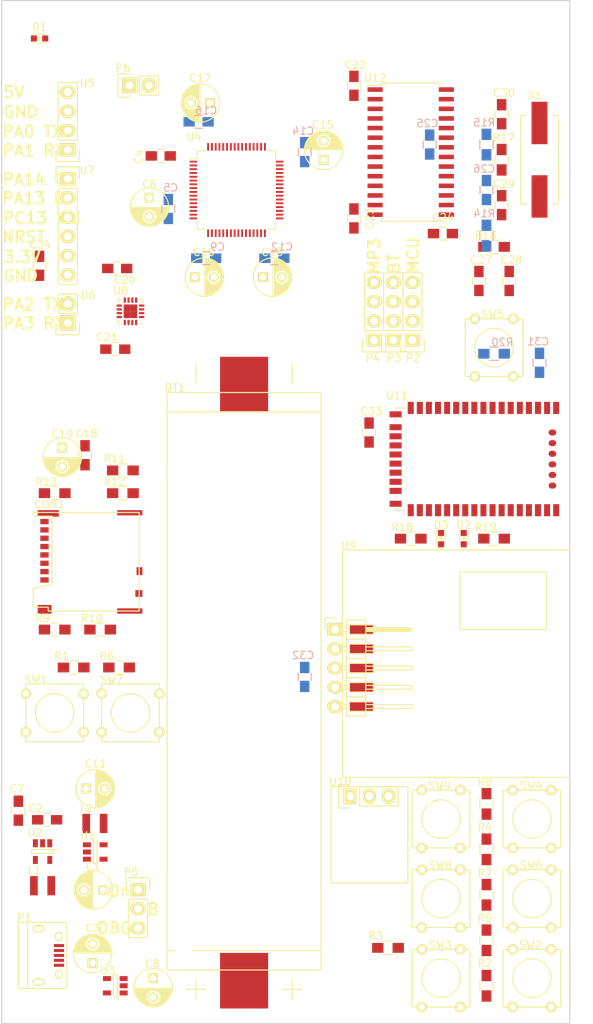
<source format=kicad_pcb>
(kicad_pcb (version 4) (host pcbnew 4.0.2-stable)
  (title_block (title "SenseWalk2: Minimalistic version") (rev 1) (company "University of Central Florida\\nSenior Design G23\\nBenoit Brummer\\n\\n\\n"))
  (layers (0 F.Cu signal) (1 In1.Cu power) (2 In2.Cu power) (31 B.Cu signal) (34 B.Paste user) (35 F.Paste user) (36 B.SilkS user) (37 F.SilkS user) (38 B.Mask user) (39 F.Mask user) (44 Edge.Cuts user))
  (net 0 "")
  (net 1 GND)
  (net 2 +BATT)
  (net 3 +5V)
  (net 4 +3V3)
  (net 5 PD2_SD-CMD)
  (net 6 PC10_SD-D2)
  (net 7 PC11_SD-D3)
  (net 8 PC12_SD-CK)
  (net 9 PC8_SD-D0)
  (net 10 PC9_SD-D1)
  (net 11 PA15_SD-DET)
  (net 12 "Net-(L2-Pad1)")
  (net 13 /in5)
  (net 14 /in6)
  (net 15 /in7)
  (net 16 /in8)
  (net 17 /in1)
  (net 18 /in2)
  (net 19 /in3)
  (net 20 /in4)
  (net 21 PC13_dbg)
  (net 22 NRST)
  (net 23 PC0_MP3-SCL)
  (net 24 PC1_MP3-SDA)
  (net 25 PC2_MAG-MISO)
  (net 26 PA0_las)
  (net 27 PA1_las)
  (net 28 PA2_UART)
  (net 29 PA3_UART)
  (net 30 PA4_BTpcm-Sync)
  (net 31 PA5_MP3-SCK)
  (net 32 PA6_BT-RTS)
  (net 33 PA7_MP3-SDI)
  (net 34 PC4_BT-RX)
  (net 35 PC5_BT-TX)
  (net 36 PB1_BT-CTS)
  (net 37 PB2_BT-GP2)
  (net 38 PB10_MAG-SPC)
  (net 39 "Net-(D1-Pad2)")
  (net 40 PB12_MAG-INT)
  (net 41 PB13_MAG-TRIG)
  (net 42 PB14_MP3-RST)
  (net 43 PB15_MAG-MOSI)
  (net 44 PC6_MP3-DR)
  (net 45 PA9_GPS-RX)
  (net 46 PA13_dbg)
  (net 47 PA14_dbg)
  (net 48 PB3_BTpcm-CLK)
  (net 49 PB5_BTpcm-IN)
  (net 50 PB7_GPS-TX)
  (net 51 PB9_MAG-CS)
  (net 52 "Net-(P4-Pad4)")
  (net 53 "Net-(P4-Pad1)")
  (net 54 "Net-(P4-Pad2)")
  (net 55 "Net-(C26-Pad1)")
  (net 56 "Net-(C28-Pad1)")
  (net 57 "Net-(C29-Pad1)")
  (net 58 "Net-(C27-Pad1)")
  (net 59 "Net-(D2-Pad2)")
  (net 60 "Net-(D2-Pad1)")
  (net 61 "Net-(D3-Pad2)")
  (net 62 "Net-(D3-Pad1)")
  (net 63 "Net-(P3-Pad1)")
  (net 64 "Net-(P3-Pad2)")
  (net 65 "Net-(P3-Pad3)")
  (net 66 "Net-(P3-Pad4)")
  (net 67 "Net-(L1-Pad2)")
  (net 68 "Net-(C3-Pad2)")
  (net 69 "Net-(C26-Pad2)")
  (net 70 "Net-(C30-Pad1)")
  (net 71 PB0_mic)
  (net 72 PB11_BT-GP9)
  (net 73 x-in-1)
  (net 74 x-in-2)
  (net 75 /3VEN)
  (net 76 /5VEN)
  (module con-trougnouf:18650BatteryHolder (layer F.Cu) (at 69 173 270)
    (fp_text reference BT1 (at -81.9 9.1 360) (layer F.SilkS))
    (fp_text value Battery)
    (pad "" np_thru_hole oval (at -70.87 8 270) (size 3.45 3.45) (drill 3.45) (layers *.Cu *.Mask F.SilkS))
    (pad 1 smd rect (at -3.67 0 270) (size 7.34 6.35) (layers F.Cu F.Paste F.Mask) (net 2 +BATT))
    (pad 2 smd rect (at -82.33 0 270) (size 7.34 6.35) (layers F.Cu F.Paste F.Mask) (net 1 GND))
    (pad "" np_thru_hole oval (at -7.34 8 270) (size 2.39 2.39) (drill 2.39) (layers *.Cu *.Mask F.SilkS))
    (pad "" np_thru_hole oval (at -15.67 -8 270) (size 3.45 3.45) (drill 3.45) (layers *.Cu *.Mask F.SilkS))
  )
  (module Capacitors_ThroughHole:C_Radial_D5_L11_P2.5 (layer F.Cu) (at 50.35 157.35 180)
    (fp_text reference C1 (at 1.25 3.05 180) (layer F.SilkS))
    (fp_text value 10uF)
    (pad 1 thru_hole rect (at 0 0 180) (size 1.3 1.3) (drill 0.8) (layers *.Cu *.Mask F.SilkS) (net 75 /3VEN))
    (pad 2 thru_hole circle (at 2.5 0 180) (size 1.3 1.3) (drill 0.8) (layers *.Cu *.Mask F.SilkS) (net 1 GND))
  )
  (module con-trougnouf:MicroSD (layer F.Cu) (at 42.65 112.05 90)
    (fp_text reference CON1 (at 5.55 0.65 180) (layer F.SilkS))
    (fp_text value uSD_Card)
    (pad 6 smd rect (at -2.2 0 90) (size 0.7 1.1) (layers F.Cu F.Paste F.Mask) (net 1 GND))
    (pad 3 smd rect (at 1.1 0 90) (size 0.7 1.1) (layers F.Cu F.Paste F.Mask) (net 5 PD2_SD-CMD))
    (pad ~ smd rect (at 4.38 0.5 90) (size 0.86 2.8) (layers F.Cu F.Paste F.Mask))
    (pad 1 smd rect (at 3.3 0 90) (size 0.7 1.1) (layers F.Cu F.Paste F.Mask) (net 6 PC10_SD-D2))
    (pad 2 smd rect (at 2.2 0 90) (size 0.7 1.1) (layers F.Cu F.Paste F.Mask) (net 7 PC11_SD-D3))
    (pad 4 smd rect (at 0 0 90) (size 0.7 1.1) (layers F.Cu F.Paste F.Mask) (net 4 +3V3))
    (pad 5 smd rect (at -1.1 0 90) (size 0.7 1.1) (layers F.Cu F.Paste F.Mask) (net 8 PC12_SD-CK))
    (pad 7 smd rect (at -3.3 0 90) (size 0.7 1.1) (layers F.Cu F.Paste F.Mask) (net 9 PC8_SD-D0))
    (pad 8 smd rect (at -4.4 0 90) (size 0.7 1.1) (layers F.Cu F.Paste F.Mask) (net 10 PC9_SD-D1))
    (pad ~ smd rect (at -8.28 0.015 90) (size 1.14 1.83) (layers F.Cu F.Paste F.Mask))
    (pad ~ smd rect (at -8.5 11.265 90) (size 0.7 3.33) (layers F.Cu F.Paste F.Mask))
    (pad 6 smd rect (at -6.19 12.465 90) (size 0.9 0.93) (layers F.Cu F.Paste F.Mask) (net 1 GND))
    (pad 9 smd rect (at -3.24 12.54 90) (size 1.05 0.78) (layers F.Cu F.Paste F.Mask) (net 11 PA15_SD-DET))
    (pad ~ smd rect (at 4.46 11.265 90) (size 0.7 3.33) (layers F.Cu F.Paste F.Mask))
  )
  (module BT:RN-52 (layer F.Cu) (at 102 100.5 270)
    (fp_text reference U11 (at -8.4 12.8 360) (layer F.SilkS))
    (fp_text value RN-52)
    (pad 28 smd rect (at 6.75 11 270) (size 1.6 0.8) (layers F.Cu F.Paste F.Mask))
    (pad 27 smd rect (at 5.9 13 270) (size 0.8 1.6) (layers F.Cu F.Paste F.Mask) (net 1 GND))
    (pad 19 smd rect (at -4.2 13 270) (size 0.8 1.6) (layers F.Cu F.Paste F.Mask))
    (pad 1 smd rect (at -6.75 -8.2 270) (size 1.6 0.8) (layers F.Cu F.Paste F.Mask) (net 1 GND))
    (pad 2 smd rect (at -6.75 -7 270) (size 1.6 0.8) (layers F.Cu F.Paste F.Mask) (net 37 PB2_BT-GP2))
    (pad 3 smd rect (at -6.75 -5.8 270) (size 1.6 0.8) (layers F.Cu F.Paste F.Mask))
    (pad 4 smd rect (at -6.75 -4.6 270) (size 1.6 0.8) (layers F.Cu F.Paste F.Mask))
    (pad 5 smd rect (at -6.75 -3.4 270) (size 1.6 0.8) (layers F.Cu F.Paste F.Mask))
    (pad 6 smd rect (at -6.75 -2.2 270) (size 1.6 0.8) (layers F.Cu F.Paste F.Mask))
    (pad 7 smd rect (at -6.75 -1 270) (size 1.6 0.8) (layers F.Cu F.Paste F.Mask))
    (pad 8 smd rect (at -6.75 0.2 270) (size 1.6 0.8) (layers F.Cu F.Paste F.Mask))
    (pad 9 smd rect (at -6.75 1.4 270) (size 1.6 0.8) (layers F.Cu F.Paste F.Mask))
    (pad 10 smd rect (at -6.75 2.6 270) (size 1.6 0.8) (layers F.Cu F.Paste F.Mask))
    (pad 11 smd rect (at -6.75 3.8 270) (size 1.6 0.8) (layers F.Cu F.Paste F.Mask) (net 72 PB11_BT-GP9))
    (pad 12 smd rect (at -6.75 5 270) (size 1.6 0.8) (layers F.Cu F.Paste F.Mask))
    (pad 13 smd rect (at -6.75 6.2 270) (size 1.6 0.8) (layers F.Cu F.Paste F.Mask))
    (pad 14 smd rect (at -6.75 7.4 270) (size 1.6 0.8) (layers F.Cu F.Paste F.Mask) (net 32 PA6_BT-RTS))
    (pad 15 smd rect (at -6.75 8.6 270) (size 1.6 0.8) (layers F.Cu F.Paste F.Mask) (net 36 PB1_BT-CTS))
    (pad 16 smd rect (at -6.75 9.8 270) (size 1.6 0.8) (layers F.Cu F.Paste F.Mask) (net 35 PC5_BT-TX))
    (pad 17 smd rect (at -6.75 11 270) (size 1.6 0.8) (layers F.Cu F.Paste F.Mask) (net 34 PC4_BT-RX))
    (pad 18 smd rect (at -5.9 13 270) (size 0.8 1.6) (layers F.Cu F.Paste F.Mask) (net 1 GND))
    (pad 20 smd rect (at -3 13 270) (size 0.8 1.6) (layers F.Cu F.Paste F.Mask))
    (pad 21 smd rect (at -1.8 13 270) (size 0.8 1.6) (layers F.Cu F.Paste F.Mask) (net 4 +3V3))
    (pad 22 smd rect (at -0.6 13 270) (size 0.8 1.6) (layers F.Cu F.Paste F.Mask) (net 4 +3V3))
    (pad 23 smd rect (at 0.6 13 270) (size 0.8 1.6) (layers F.Cu F.Paste F.Mask) (net 66 "Net-(P3-Pad4)"))
    (pad 24 smd rect (at 1.8 13 270) (size 0.8 1.6) (layers F.Cu F.Paste F.Mask) (net 65 "Net-(P3-Pad3)"))
    (pad 25 smd rect (at 3 13 270) (size 0.8 1.6) (layers F.Cu F.Paste F.Mask) (net 64 "Net-(P3-Pad2)"))
    (pad 26 smd rect (at 4.2 13 270) (size 0.8 1.6) (layers F.Cu F.Paste F.Mask) (net 63 "Net-(P3-Pad1)"))
    (pad 29 smd rect (at 6.75 9.8 270) (size 1.6 0.8) (layers F.Cu F.Paste F.Mask))
    (pad 30 smd rect (at 6.75 8.6 270) (size 1.6 0.8) (layers F.Cu F.Paste F.Mask))
    (pad 31 smd rect (at 6.75 7.4 270) (size 1.6 0.8) (layers F.Cu F.Paste F.Mask))
    (pad 32 smd rect (at 6.75 6.2 270) (size 1.6 0.8) (layers F.Cu F.Paste F.Mask) (net 62 "Net-(D3-Pad1)"))
    (pad 33 smd rect (at 6.75 5 270) (size 1.6 0.8) (layers F.Cu F.Paste F.Mask) (net 60 "Net-(D2-Pad1)"))
    (pad 34 smd rect (at 6.75 3.8 270) (size 1.6 0.8) (layers F.Cu F.Paste F.Mask))
    (pad 35 smd rect (at 6.75 2.6 270) (size 1.6 0.8) (layers F.Cu F.Paste F.Mask))
    (pad 36 smd rect (at 6.75 1.4 270) (size 1.6 0.8) (layers F.Cu F.Paste F.Mask))
    (pad 37 smd rect (at 6.75 0.2 270) (size 1.6 0.8) (layers F.Cu F.Paste F.Mask))
    (pad 38 smd rect (at 6.75 -1 270) (size 1.6 0.8) (layers F.Cu F.Paste F.Mask))
    (pad 39 smd rect (at 6.75 -2.2 270) (size 1.6 0.8) (layers F.Cu F.Paste F.Mask) (net 1 GND))
    (pad 40 smd rect (at 6.75 -3.4 270) (size 1.6 0.8) (layers F.Cu F.Paste F.Mask))
    (pad 41 smd rect (at 6.75 -4.6 270) (size 1.6 0.8) (layers F.Cu F.Paste F.Mask))
    (pad 42 smd rect (at 6.75 -5.8 270) (size 1.6 0.8) (layers F.Cu F.Paste F.Mask))
    (pad 43 smd rect (at 6.75 -7 270) (size 1.6 0.8) (layers F.Cu F.Paste F.Mask))
    (pad 44 smd rect (at 6.75 -8.2 270) (size 1.6 0.8) (layers F.Cu F.Paste F.Mask) (net 1 GND))
    (pad 45 smd oval (at 3.5 -7.7 270) (size 0.8 1) (layers F.Cu F.Paste F.Mask) (net 1 GND))
    (pad 46 smd oval (at 2.1 -7.7 270) (size 0.8 1) (layers F.Cu F.Paste F.Mask) (net 1 GND))
    (pad 47 smd oval (at 0.7 -7.7 270) (size 0.8 1) (layers F.Cu F.Paste F.Mask) (net 1 GND))
    (pad 48 smd oval (at -0.7 -7.7 270) (size 0.8 1) (layers F.Cu F.Paste F.Mask) (net 1 GND))
    (pad 49 smd oval (at -2.1 -7.7 270) (size 0.8 1) (layers F.Cu F.Paste F.Mask) (net 1 GND))
    (pad 50 smd oval (at -3.5 -7.7 270) (size 0.8 1) (layers F.Cu F.Paste F.Mask) (net 1 GND))
  )
  (module Capacitors_ThroughHole:C_Radial_D5_L11_P2.5 (layer F.Cu) (at 49 167 90)
    (fp_text reference C3 (at 4.6 0 180) (layer F.SilkS))
    (fp_text value 1uF)
    (pad 1 thru_hole rect (at 0 0 90) (size 1.3 1.3) (drill 0.8) (layers *.Cu *.Mask F.SilkS) (net 1 GND))
    (pad 2 thru_hole circle (at 2.5 0 90) (size 1.3 1.3) (drill 0.8) (layers *.Cu *.Mask F.SilkS) (net 68 "Net-(C3-Pad2)"))
  )
  (module Capacitors_SMD:C_0805_HandSoldering (layer F.Cu) (at 58 60.5)
    (fp_text reference C4 (at -2.85 0.15 90) (layer F.SilkS))
    (fp_text value 0.1uF)
    (pad 1 smd rect (at -1.25 0) (size 1.5 1.25) (layers F.Cu F.Paste F.Mask) (net 1 GND))
    (pad 2 smd rect (at 1.25 0) (size 1.5 1.25) (layers F.Cu F.Paste F.Mask) (net 4 +3V3))
  )
  (module Capacitors_ThroughHole:C_Radial_D5_L11_P2.5 (layer F.Cu) (at 56.5 66 270)
    (fp_text reference C6 (at -1.8 0 360) (layer F.SilkS))
    (fp_text value 4.7uF)
    (pad 1 thru_hole rect (at 0 0 270) (size 1.3 1.3) (drill 0.8) (layers *.Cu *.Mask F.SilkS) (net 1 GND))
    (pad 2 thru_hole circle (at 2.5 0 270) (size 1.3 1.3) (drill 0.8) (layers *.Cu *.Mask F.SilkS) (net 4 +3V3))
  )
  (module Capacitors_SMD:C_0805_HandSoldering (layer F.Cu) (at 39.2 146.9 90)
    (fp_text reference C7 (at 2.9 -0.2 180) (layer F.SilkS))
    (fp_text value 10uF)
    (pad 1 smd rect (at -1.25 0 90) (size 1.5 1.25) (layers F.Cu F.Paste F.Mask) (net 3 +5V))
    (pad 2 smd rect (at 1.25 0 90) (size 1.5 1.25) (layers F.Cu F.Paste F.Mask) (net 1 GND))
  )
  (module Capacitors_ThroughHole:C_Radial_D5_L11_P2.5 (layer F.Cu) (at 57 169 270)
    (fp_text reference C8 (at -1.9 0.1 360) (layer F.SilkS))
    (fp_text value 1uF)
    (pad 1 thru_hole rect (at 0 0 270) (size 1.3 1.3) (drill 0.8) (layers *.Cu *.Mask F.SilkS) (net 2 +BATT))
    (pad 2 thru_hole circle (at 2.5 0 270) (size 1.3 1.3) (drill 0.8) (layers *.Cu *.Mask F.SilkS) (net 1 GND))
  )
  (module Capacitors_ThroughHole:C_Radial_D5_L11_P2.5 (layer F.Cu) (at 62.5 76.5)
    (fp_text reference C10 (at 1.2 -3.3) (layer F.SilkS))
    (fp_text value 4.7uF)
    (pad 1 thru_hole rect (at 0 0) (size 1.3 1.3) (drill 0.8) (layers *.Cu *.Mask F.SilkS) (net 1 GND))
    (pad 2 thru_hole circle (at 2.5 0) (size 1.3 1.3) (drill 0.8) (layers *.Cu *.Mask F.SilkS) (net 4 +3V3))
  )
  (module Capacitors_ThroughHole:C_Radial_D5_L11_P2.5 (layer F.Cu) (at 64.5 53.5 180)
    (fp_text reference C17 (at 1.3 3.3 180) (layer F.SilkS))
    (fp_text value 4.7uF)
    (pad 1 thru_hole rect (at 0 0 180) (size 1.3 1.3) (drill 0.8) (layers *.Cu *.Mask F.SilkS) (net 1 GND))
    (pad 2 thru_hole circle (at 2.5 0 180) (size 1.3 1.3) (drill 0.8) (layers *.Cu *.Mask F.SilkS) (net 4 +3V3))
  )
  (module Inductors_NEOSID:Neosid_Inductor_SM-NE29_SMD1008 (layer F.Cu) (at 42.4 156.8 180)
    (fp_text reference L1 (at 1.1 2 180) (layer F.SilkS))
    (fp_text value 4.7uH)
    (pad 2 smd rect (at 1.14554 0 180) (size 1.02108 2.54) (layers F.Cu F.Paste F.Mask) (net 67 "Net-(L1-Pad2)"))
    (pad 1 smd rect (at -1.14554 0 180) (size 1.02108 2.54) (layers F.Cu F.Paste F.Mask) (net 2 +BATT))
  )
  (module Inductors_NEOSID:Neosid_Inductor_SM-NE29_SMD1008 (layer F.Cu) (at 49.31 148.58)
    (fp_text reference L2 (at -1.11 -1.98 180) (layer F.SilkS))
    (fp_text value 4.7uH)
    (pad 2 smd rect (at 1.14554 0) (size 1.02108 2.54) (layers F.Cu F.Paste F.Mask) (net 4 +3V3))
    (pad 1 smd rect (at -1.14554 0) (size 1.02108 2.54) (layers F.Cu F.Paste F.Mask) (net 12 "Net-(L2-Pad1)"))
  )
  (module Connect:USB_Micro-B (layer F.Cu) (at 43 166 270)
    (fp_text reference P1 (at -5 3 360) (layer F.SilkS))
    (fp_text value USB_B)
    (pad 1 smd rect (at -1.3009 -1.56254) (size 1.35 0.4) (layers F.Cu F.Paste F.Mask) (net 68 "Net-(C3-Pad2)"))
    (pad 2 smd rect (at -0.6509 -1.56254) (size 1.35 0.4) (layers F.Cu F.Paste F.Mask))
    (pad 3 smd rect (at -0.0009 -1.56254) (size 1.35 0.4) (layers F.Cu F.Paste F.Mask))
    (pad 4 smd rect (at 0.6491 -1.56254) (size 1.35 0.4) (layers F.Cu F.Paste F.Mask) (net 1 GND))
    (pad 5 smd rect (at 1.2991 -1.56254) (size 1.35 0.4) (layers F.Cu F.Paste F.Mask))
    (pad 6 thru_hole oval (at -2.5009 -1.56254) (size 0.95 1.25) (drill oval 0.55 0.85) (layers *.Cu *.Mask F.SilkS))
    (pad 6 thru_hole oval (at 2.4991 -1.56254) (size 0.95 1.25) (drill oval 0.55 0.85) (layers *.Cu *.Mask F.SilkS))
    (pad 6 thru_hole oval (at -3.5009 1.13746) (size 1.55 1) (drill oval 1.15 0.5) (layers *.Cu *.Mask F.SilkS))
    (pad 6 thru_hole oval (at 3.4991 1.13746) (size 1.55 1) (drill oval 1.15 0.5) (layers *.Cu *.Mask F.SilkS))
  )
  (module Buttons_Switches_ThroughHole:SW_PUSH_SMALL (layer F.Cu) (at 44 134)
    (fp_text reference SW1 (at -2.5 -4.4) (layer F.SilkS))
    (fp_text value SW_PUSH)
    (pad 1 thru_hole circle (at 3.81 -2.54) (size 1.397 1.397) (drill 0.8128) (layers *.Cu *.Mask F.SilkS) (net 13 /in5))
    (pad 2 thru_hole circle (at 3.81 2.54) (size 1.397 1.397) (drill 0.8128) (layers *.Cu *.Mask F.SilkS) (net 4 +3V3))
    (pad 1 thru_hole circle (at -3.81 -2.54) (size 1.397 1.397) (drill 0.8128) (layers *.Cu *.Mask F.SilkS) (net 13 /in5))
    (pad 2 thru_hole circle (at -3.81 2.54) (size 1.397 1.397) (drill 0.8128) (layers *.Cu *.Mask F.SilkS) (net 4 +3V3))
  )
  (module Buttons_Switches_ThroughHole:SW_PUSH_SMALL (layer F.Cu) (at 107 169 270)
    (fp_text reference SW2 (at -4.4 0.2 360) (layer F.SilkS))
    (fp_text value SW_PUSH)
    (pad 1 thru_hole circle (at 3.81 -2.54 270) (size 1.397 1.397) (drill 0.8128) (layers *.Cu *.Mask F.SilkS) (net 14 /in6))
    (pad 2 thru_hole circle (at 3.81 2.54 270) (size 1.397 1.397) (drill 0.8128) (layers *.Cu *.Mask F.SilkS) (net 4 +3V3))
    (pad 1 thru_hole circle (at -3.81 -2.54 270) (size 1.397 1.397) (drill 0.8128) (layers *.Cu *.Mask F.SilkS) (net 14 /in6))
    (pad 2 thru_hole circle (at -3.81 2.54 270) (size 1.397 1.397) (drill 0.8128) (layers *.Cu *.Mask F.SilkS) (net 4 +3V3))
  )
  (module Buttons_Switches_ThroughHole:SW_PUSH_SMALL (layer F.Cu) (at 95 169 90)
    (fp_text reference SW3 (at 4.4 -0.1 180) (layer F.SilkS))
    (fp_text value SW_PUSH)
    (pad 1 thru_hole circle (at 3.81 -2.54 90) (size 1.397 1.397) (drill 0.8128) (layers *.Cu *.Mask F.SilkS) (net 15 /in7))
    (pad 2 thru_hole circle (at 3.81 2.54 90) (size 1.397 1.397) (drill 0.8128) (layers *.Cu *.Mask F.SilkS) (net 4 +3V3))
    (pad 1 thru_hole circle (at -3.81 -2.54 90) (size 1.397 1.397) (drill 0.8128) (layers *.Cu *.Mask F.SilkS) (net 15 /in7))
    (pad 2 thru_hole circle (at -3.81 2.54 90) (size 1.397 1.397) (drill 0.8128) (layers *.Cu *.Mask F.SilkS) (net 4 +3V3))
  )
  (module Buttons_Switches_ThroughHole:SW_PUSH_SMALL (layer F.Cu) (at 107 148 270)
    (fp_text reference SW4 (at -4.4 0.1 360) (layer F.SilkS))
    (fp_text value SW_PUSH)
    (pad 1 thru_hole circle (at 3.81 -2.54 270) (size 1.397 1.397) (drill 0.8128) (layers *.Cu *.Mask F.SilkS) (net 16 /in8))
    (pad 2 thru_hole circle (at 3.81 2.54 270) (size 1.397 1.397) (drill 0.8128) (layers *.Cu *.Mask F.SilkS) (net 4 +3V3))
    (pad 1 thru_hole circle (at -3.81 -2.54 270) (size 1.397 1.397) (drill 0.8128) (layers *.Cu *.Mask F.SilkS) (net 16 /in8))
    (pad 2 thru_hole circle (at -3.81 2.54 270) (size 1.397 1.397) (drill 0.8128) (layers *.Cu *.Mask F.SilkS) (net 4 +3V3))
  )
  (module Buttons_Switches_ThroughHole:SW_PUSH_SMALL (layer F.Cu) (at 107 158.5 270)
    (fp_text reference SW6 (at -4.4 0.1 360) (layer F.SilkS))
    (fp_text value SW_PUSH)
    (pad 1 thru_hole circle (at 3.81 -2.54 270) (size 1.397 1.397) (drill 0.8128) (layers *.Cu *.Mask F.SilkS) (net 17 /in1))
    (pad 2 thru_hole circle (at 3.81 2.54 270) (size 1.397 1.397) (drill 0.8128) (layers *.Cu *.Mask F.SilkS) (net 4 +3V3))
    (pad 1 thru_hole circle (at -3.81 -2.54 270) (size 1.397 1.397) (drill 0.8128) (layers *.Cu *.Mask F.SilkS) (net 17 /in1))
    (pad 2 thru_hole circle (at -3.81 2.54 270) (size 1.397 1.397) (drill 0.8128) (layers *.Cu *.Mask F.SilkS) (net 4 +3V3))
  )
  (module Buttons_Switches_ThroughHole:SW_PUSH_SMALL (layer F.Cu) (at 54 134)
    (fp_text reference SW7 (at -2.5 -4.4) (layer F.SilkS))
    (fp_text value SW_PUSH)
    (pad 1 thru_hole circle (at 3.81 -2.54) (size 1.397 1.397) (drill 0.8128) (layers *.Cu *.Mask F.SilkS) (net 18 /in2))
    (pad 2 thru_hole circle (at 3.81 2.54) (size 1.397 1.397) (drill 0.8128) (layers *.Cu *.Mask F.SilkS) (net 4 +3V3))
    (pad 1 thru_hole circle (at -3.81 -2.54) (size 1.397 1.397) (drill 0.8128) (layers *.Cu *.Mask F.SilkS) (net 18 /in2))
    (pad 2 thru_hole circle (at -3.81 2.54) (size 1.397 1.397) (drill 0.8128) (layers *.Cu *.Mask F.SilkS) (net 4 +3V3))
  )
  (module Buttons_Switches_ThroughHole:SW_PUSH_SMALL (layer F.Cu) (at 95 158.5 90)
    (fp_text reference SW8 (at 4.4 -0.1 180) (layer F.SilkS))
    (fp_text value SW_PUSH)
    (pad 1 thru_hole circle (at 3.81 -2.54 90) (size 1.397 1.397) (drill 0.8128) (layers *.Cu *.Mask F.SilkS) (net 19 /in3))
    (pad 2 thru_hole circle (at 3.81 2.54 90) (size 1.397 1.397) (drill 0.8128) (layers *.Cu *.Mask F.SilkS) (net 4 +3V3))
    (pad 1 thru_hole circle (at -3.81 -2.54 90) (size 1.397 1.397) (drill 0.8128) (layers *.Cu *.Mask F.SilkS) (net 19 /in3))
    (pad 2 thru_hole circle (at -3.81 2.54 90) (size 1.397 1.397) (drill 0.8128) (layers *.Cu *.Mask F.SilkS) (net 4 +3V3))
  )
  (module Buttons_Switches_ThroughHole:SW_PUSH_SMALL (layer F.Cu) (at 95 148 90)
    (fp_text reference SW9 (at 4.4 -0.2 180) (layer F.SilkS))
    (fp_text value SW_PUSH)
    (pad 1 thru_hole circle (at 3.81 -2.54 90) (size 1.397 1.397) (drill 0.8128) (layers *.Cu *.Mask F.SilkS) (net 20 /in4))
    (pad 2 thru_hole circle (at 3.81 2.54 90) (size 1.397 1.397) (drill 0.8128) (layers *.Cu *.Mask F.SilkS) (net 4 +3V3))
    (pad 1 thru_hole circle (at -3.81 -2.54 90) (size 1.397 1.397) (drill 0.8128) (layers *.Cu *.Mask F.SilkS) (net 20 /in4))
    (pad 2 thru_hole circle (at -3.81 2.54 90) (size 1.397 1.397) (drill 0.8128) (layers *.Cu *.Mask F.SilkS) (net 4 +3V3))
  )
  (module TO_SOT_Packages_SMD:SOT-23-5 (layer F.Cu) (at 42.4 152.3 270)
    (fp_text reference U2 (at -2.5 1 360) (layer F.SilkS))
    (fp_text value XC9140)
    (pad 1 smd rect (at -1.1 -0.95 270) (size 1.06 0.65) (layers F.Cu F.Paste F.Mask) (net 76 /5VEN))
    (pad 2 smd rect (at -1.1 0 270) (size 1.06 0.65) (layers F.Cu F.Paste F.Mask) (net 1 GND))
    (pad 3 smd rect (at -1.1 0.95 270) (size 1.06 0.65) (layers F.Cu F.Paste F.Mask) (net 2 +BATT))
    (pad 4 smd rect (at 1.1 0.95 270) (size 1.06 0.65) (layers F.Cu F.Paste F.Mask) (net 3 +5V))
    (pad 5 smd rect (at 1.1 -0.95 270) (size 1.06 0.65) (layers F.Cu F.Paste F.Mask) (net 67 "Net-(L1-Pad2)"))
  )
  (module TO_SOT_Packages_SMD:SOT-23-5 (layer F.Cu) (at 52 170 180)
    (fp_text reference U3 (at 1 2 180) (layer F.SilkS))
    (fp_text value MCP73811/2)
    (pad 1 smd rect (at -1.1 -0.95 180) (size 1.06 0.65) (layers F.Cu F.Paste F.Mask) (net 68 "Net-(C3-Pad2)"))
    (pad 2 smd rect (at -1.1 0 180) (size 1.06 0.65) (layers F.Cu F.Paste F.Mask) (net 1 GND))
    (pad 3 smd rect (at -1.1 0.95 180) (size 1.06 0.65) (layers F.Cu F.Paste F.Mask) (net 2 +BATT))
    (pad 4 smd rect (at 1.1 0.95 180) (size 1.06 0.65) (layers F.Cu F.Paste F.Mask) (net 68 "Net-(C3-Pad2)"))
    (pad 5 smd rect (at 1.1 -0.95 180) (size 1.06 0.65) (layers F.Cu F.Paste F.Mask) (net 68 "Net-(C3-Pad2)"))
  )
  (module Housings_QFP:LQFP-64_10x10mm_Pitch0.5mm (layer F.Cu) (at 68 65)
    (fp_text reference U4 (at -5.6 -7) (layer F.SilkS))
    (fp_text value STM32L476R)
    (pad 1 smd rect (at -5.7 -3.75) (size 1 0.25) (layers F.Cu F.Paste F.Mask) (net 4 +3V3))
    (pad 2 smd rect (at -5.7 -3.25) (size 1 0.25) (layers F.Cu F.Paste F.Mask) (net 21 PC13_dbg))
    (pad 3 smd rect (at -5.7 -2.75) (size 1 0.25) (layers F.Cu F.Paste F.Mask) (net 13 /in5))
    (pad 4 smd rect (at -5.7 -2.25) (size 1 0.25) (layers F.Cu F.Paste F.Mask) (net 14 /in6))
    (pad 5 smd rect (at -5.7 -1.75) (size 1 0.25) (layers F.Cu F.Paste F.Mask) (net 15 /in7))
    (pad 6 smd rect (at -5.7 -1.25) (size 1 0.25) (layers F.Cu F.Paste F.Mask) (net 16 /in8))
    (pad 7 smd rect (at -5.7 -0.75) (size 1 0.25) (layers F.Cu F.Paste F.Mask) (net 22 NRST))
    (pad 8 smd rect (at -5.7 -0.25) (size 1 0.25) (layers F.Cu F.Paste F.Mask) (net 23 PC0_MP3-SCL))
    (pad 9 smd rect (at -5.7 0.25) (size 1 0.25) (layers F.Cu F.Paste F.Mask) (net 24 PC1_MP3-SDA))
    (pad 10 smd rect (at -5.7 0.75) (size 1 0.25) (layers F.Cu F.Paste F.Mask) (net 25 PC2_MAG-MISO))
    (pad 11 smd rect (at -5.7 1.25) (size 1 0.25) (layers F.Cu F.Paste F.Mask))
    (pad 12 smd rect (at -5.7 1.75) (size 1 0.25) (layers F.Cu F.Paste F.Mask) (net 1 GND))
    (pad 13 smd rect (at -5.7 2.25) (size 1 0.25) (layers F.Cu F.Paste F.Mask) (net 4 +3V3))
    (pad 14 smd rect (at -5.7 2.75) (size 1 0.25) (layers F.Cu F.Paste F.Mask) (net 26 PA0_las))
    (pad 15 smd rect (at -5.7 3.25) (size 1 0.25) (layers F.Cu F.Paste F.Mask) (net 27 PA1_las))
    (pad 16 smd rect (at -5.7 3.75) (size 1 0.25) (layers F.Cu F.Paste F.Mask) (net 28 PA2_UART))
    (pad 17 smd rect (at -3.75 5.7 90) (size 1 0.25) (layers F.Cu F.Paste F.Mask) (net 29 PA3_UART))
    (pad 18 smd rect (at -3.25 5.7 90) (size 1 0.25) (layers F.Cu F.Paste F.Mask) (net 1 GND))
    (pad 19 smd rect (at -2.75 5.7 90) (size 1 0.25) (layers F.Cu F.Paste F.Mask) (net 4 +3V3))
    (pad 20 smd rect (at -2.25 5.7 90) (size 1 0.25) (layers F.Cu F.Paste F.Mask) (net 30 PA4_BTpcm-Sync))
    (pad 21 smd rect (at -1.75 5.7 90) (size 1 0.25) (layers F.Cu F.Paste F.Mask) (net 31 PA5_MP3-SCK))
    (pad 22 smd rect (at -1.25 5.7 90) (size 1 0.25) (layers F.Cu F.Paste F.Mask) (net 32 PA6_BT-RTS))
    (pad 23 smd rect (at -0.75 5.7 90) (size 1 0.25) (layers F.Cu F.Paste F.Mask) (net 33 PA7_MP3-SDI))
    (pad 24 smd rect (at -0.25 5.7 90) (size 1 0.25) (layers F.Cu F.Paste F.Mask) (net 34 PC4_BT-RX))
    (pad 25 smd rect (at 0.25 5.7 90) (size 1 0.25) (layers F.Cu F.Paste F.Mask) (net 35 PC5_BT-TX))
    (pad 26 smd rect (at 0.75 5.7 90) (size 1 0.25) (layers F.Cu F.Paste F.Mask) (net 71 PB0_mic))
    (pad 27 smd rect (at 1.25 5.7 90) (size 1 0.25) (layers F.Cu F.Paste F.Mask) (net 36 PB1_BT-CTS))
    (pad 28 smd rect (at 1.75 5.7 90) (size 1 0.25) (layers F.Cu F.Paste F.Mask) (net 37 PB2_BT-GP2))
    (pad 29 smd rect (at 2.25 5.7 90) (size 1 0.25) (layers F.Cu F.Paste F.Mask) (net 38 PB10_MAG-SPC))
    (pad 30 smd rect (at 2.75 5.7 90) (size 1 0.25) (layers F.Cu F.Paste F.Mask) (net 72 PB11_BT-GP9))
    (pad 31 smd rect (at 3.25 5.7 90) (size 1 0.25) (layers F.Cu F.Paste F.Mask) (net 1 GND))
    (pad 32 smd rect (at 3.75 5.7 90) (size 1 0.25) (layers F.Cu F.Paste F.Mask) (net 4 +3V3))
    (pad 33 smd rect (at 5.7 3.75) (size 1 0.25) (layers F.Cu F.Paste F.Mask) (net 40 PB12_MAG-INT))
    (pad 34 smd rect (at 5.7 3.25) (size 1 0.25) (layers F.Cu F.Paste F.Mask) (net 41 PB13_MAG-TRIG))
    (pad 35 smd rect (at 5.7 2.75) (size 1 0.25) (layers F.Cu F.Paste F.Mask) (net 42 PB14_MP3-RST))
    (pad 36 smd rect (at 5.7 2.25) (size 1 0.25) (layers F.Cu F.Paste F.Mask) (net 43 PB15_MAG-MOSI))
    (pad 37 smd rect (at 5.7 1.75) (size 1 0.25) (layers F.Cu F.Paste F.Mask) (net 44 PC6_MP3-DR))
    (pad 38 smd rect (at 5.7 1.25) (size 1 0.25) (layers F.Cu F.Paste F.Mask) (net 76 /5VEN))
    (pad 39 smd rect (at 5.7 0.75) (size 1 0.25) (layers F.Cu F.Paste F.Mask) (net 9 PC8_SD-D0))
    (pad 40 smd rect (at 5.7 0.25) (size 1 0.25) (layers F.Cu F.Paste F.Mask) (net 10 PC9_SD-D1))
    (pad 41 smd rect (at 5.7 -0.25) (size 1 0.25) (layers F.Cu F.Paste F.Mask) (net 17 /in1))
    (pad 42 smd rect (at 5.7 -0.75) (size 1 0.25) (layers F.Cu F.Paste F.Mask) (net 45 PA9_GPS-RX))
    (pad 43 smd rect (at 5.7 -1.25) (size 1 0.25) (layers F.Cu F.Paste F.Mask) (net 18 /in2))
    (pad 44 smd rect (at 5.7 -1.75) (size 1 0.25) (layers F.Cu F.Paste F.Mask) (net 19 /in3))
    (pad 45 smd rect (at 5.7 -2.25) (size 1 0.25) (layers F.Cu F.Paste F.Mask) (net 20 /in4))
    (pad 46 smd rect (at 5.7 -2.75) (size 1 0.25) (layers F.Cu F.Paste F.Mask) (net 46 PA13_dbg))
    (pad 47 smd rect (at 5.7 -3.25) (size 1 0.25) (layers F.Cu F.Paste F.Mask) (net 1 GND))
    (pad 48 smd rect (at 5.7 -3.75) (size 1 0.25) (layers F.Cu F.Paste F.Mask) (net 4 +3V3))
    (pad 49 smd rect (at 3.75 -5.7 90) (size 1 0.25) (layers F.Cu F.Paste F.Mask) (net 47 PA14_dbg))
    (pad 50 smd rect (at 3.25 -5.7 90) (size 1 0.25) (layers F.Cu F.Paste F.Mask) (net 11 PA15_SD-DET))
    (pad 51 smd rect (at 2.75 -5.7 90) (size 1 0.25) (layers F.Cu F.Paste F.Mask) (net 6 PC10_SD-D2))
    (pad 52 smd rect (at 2.25 -5.7 90) (size 1 0.25) (layers F.Cu F.Paste F.Mask) (net 7 PC11_SD-D3))
    (pad 53 smd rect (at 1.75 -5.7 90) (size 1 0.25) (layers F.Cu F.Paste F.Mask) (net 8 PC12_SD-CK))
    (pad 54 smd rect (at 1.25 -5.7 90) (size 1 0.25) (layers F.Cu F.Paste F.Mask) (net 5 PD2_SD-CMD))
    (pad 55 smd rect (at 0.75 -5.7 90) (size 1 0.25) (layers F.Cu F.Paste F.Mask) (net 48 PB3_BTpcm-CLK))
    (pad 56 smd rect (at 0.25 -5.7 90) (size 1 0.25) (layers F.Cu F.Paste F.Mask) (net 73 x-in-1))
    (pad 57 smd rect (at -0.25 -5.7 90) (size 1 0.25) (layers F.Cu F.Paste F.Mask) (net 49 PB5_BTpcm-IN))
    (pad 58 smd rect (at -0.75 -5.7 90) (size 1 0.25) (layers F.Cu F.Paste F.Mask) (net 74 x-in-2))
    (pad 59 smd rect (at -1.25 -5.7 90) (size 1 0.25) (layers F.Cu F.Paste F.Mask) (net 50 PB7_GPS-TX))
    (pad 60 smd rect (at -1.75 -5.7 90) (size 1 0.25) (layers F.Cu F.Paste F.Mask))
    (pad 61 smd rect (at -2.25 -5.7 90) (size 1 0.25) (layers F.Cu F.Paste F.Mask) (net 39 "Net-(D1-Pad2)"))
    (pad 62 smd rect (at -2.75 -5.7 90) (size 1 0.25) (layers F.Cu F.Paste F.Mask) (net 51 PB9_MAG-CS))
    (pad 63 smd rect (at -3.25 -5.7 90) (size 1 0.25) (layers F.Cu F.Paste F.Mask) (net 1 GND))
    (pad 64 smd rect (at -3.75 -5.7 90) (size 1 0.25) (layers F.Cu F.Paste F.Mask) (net 4 +3V3))
  )
  (module con-trougnouf:Socket_Strip_Straight_1x04_3467 (layer F.Cu) (at 45.72 59.69 90)
    (fp_text reference U5 (at 8.79 2.58 180) (layer F.SilkS))
    (fp_text value Lightware_SF10/A)
    (pad 3 thru_hole rect (at 0 0 90) (size 1.7272 2.032) (drill 1.016) (layers *.Cu *.Mask F.SilkS) (net 27 PA1_las))
    (pad 4 thru_hole oval (at 2.54 0 90) (size 1.7272 2.032) (drill 1.016) (layers *.Cu *.Mask F.SilkS) (net 26 PA0_las))
    (pad 6 thru_hole oval (at 5.08 0 90) (size 1.7272 2.032) (drill 1.016) (layers *.Cu *.Mask F.SilkS) (net 1 GND))
    (pad 7 thru_hole oval (at 7.62 0 90) (size 1.7272 2.032) (drill 1.016) (layers *.Cu *.Mask F.SilkS) (net 3 +5V))
  )
  (module Housings_DFN_QFN:QFN-16-1EP_3x3mm_Pitch0.5mm (layer F.Cu) (at 54 81 180)
    (fp_text reference U8 (at 1.3 2.7 360) (layer F.SilkS))
    (fp_text value MLX90393)
    (pad 1 smd oval (at -1.475 -0.75 180) (size 0.75 0.3) (layers F.Cu F.Paste F.Mask) (net 40 PB12_MAG-INT))
    (pad 2 smd oval (at -1.475 -0.25 180) (size 0.75 0.3) (layers F.Cu F.Paste F.Mask) (net 51 PB9_MAG-CS))
    (pad 3 smd oval (at -1.475 0.25 180) (size 0.75 0.3) (layers F.Cu F.Paste F.Mask) (net 38 PB10_MAG-SPC))
    (pad 4 smd oval (at -1.475 0.75 180) (size 0.75 0.3) (layers F.Cu F.Paste F.Mask))
    (pad 5 smd oval (at -0.75 1.475 270) (size 0.75 0.3) (layers F.Cu F.Paste F.Mask) (net 43 PB15_MAG-MOSI))
    (pad 6 smd oval (at -0.25 1.475 270) (size 0.75 0.3) (layers F.Cu F.Paste F.Mask) (net 25 PC2_MAG-MISO))
    (pad 7 smd oval (at 0.25 1.475 270) (size 0.75 0.3) (layers F.Cu F.Paste F.Mask) (net 41 PB13_MAG-TRIG))
    (pad 8 smd oval (at 0.75 1.475 270) (size 0.75 0.3) (layers F.Cu F.Paste F.Mask) (net 4 +3V3))
    (pad 9 smd oval (at 1.475 0.75 180) (size 0.75 0.3) (layers F.Cu F.Paste F.Mask))
    (pad 10 smd oval (at 1.475 0.25 180) (size 0.75 0.3) (layers F.Cu F.Paste F.Mask))
    (pad 11 smd oval (at 1.475 -0.25 180) (size 0.75 0.3) (layers F.Cu F.Paste F.Mask) (net 1 GND))
    (pad 12 smd oval (at 1.475 -0.75 180) (size 0.75 0.3) (layers F.Cu F.Paste F.Mask) (net 1 GND))
    (pad 13 smd oval (at 0.75 -1.475 270) (size 0.75 0.3) (layers F.Cu F.Paste F.Mask) (net 1 GND))
    (pad 14 smd oval (at 0.25 -1.475 270) (size 0.75 0.3) (layers F.Cu F.Paste F.Mask))
    (pad 15 smd oval (at -0.25 -1.475 270) (size 0.75 0.3) (layers F.Cu F.Paste F.Mask) (net 4 +3V3))
    (pad 16 smd oval (at -0.75 -1.475 270) (size 0.75 0.3) (layers F.Cu F.Paste F.Mask))
    (pad 17 smd rect (at 0.45 0.45 180) (size 0.9 0.9) (layers F.Cu F.Paste F.Mask))
    (pad 17 smd rect (at 0.45 -0.45 180) (size 0.9 0.9) (layers F.Cu F.Paste F.Mask))
    (pad 17 smd rect (at -0.45 0.45 180) (size 0.9 0.9) (layers F.Cu F.Paste F.Mask))
    (pad 17 smd rect (at -0.45 -0.45 180) (size 0.9 0.9) (layers F.Cu F.Paste F.Mask))
  )
  (module Housings_SOIC:SOIC-28_7.5x17.9mm_Pitch1.27mm (layer F.Cu) (at 91 60)
    (fp_text reference U12 (at -4.7 -9.8) (layer F.SilkS))
    (fp_text value STA013)
    (pad 1 smd rect (at -4.7 -8.255) (size 2 0.6) (layers F.Cu F.Paste F.Mask) (net 4 +3V3))
    (pad 2 smd rect (at -4.7 -6.985) (size 2 0.6) (layers F.Cu F.Paste F.Mask) (net 1 GND))
    (pad 3 smd rect (at -4.7 -5.715) (size 2 0.6) (layers F.Cu F.Paste F.Mask) (net 24 PC1_MP3-SDA))
    (pad 4 smd rect (at -4.7 -4.445) (size 2 0.6) (layers F.Cu F.Paste F.Mask) (net 23 PC0_MP3-SCL))
    (pad 5 smd rect (at -4.7 -3.175) (size 2 0.6) (layers F.Cu F.Paste F.Mask) (net 33 PA7_MP3-SDI))
    (pad 6 smd rect (at -4.7 -1.905) (size 2 0.6) (layers F.Cu F.Paste F.Mask) (net 31 PA5_MP3-SCK))
    (pad 7 smd rect (at -4.7 -0.635) (size 2 0.6) (layers F.Cu F.Paste F.Mask) (net 4 +3V3))
    (pad 8 smd rect (at -4.7 0.635) (size 2 0.6) (layers F.Cu F.Paste F.Mask) (net 4 +3V3))
    (pad 9 smd rect (at -4.7 1.905) (size 2 0.6) (layers F.Cu F.Paste F.Mask) (net 52 "Net-(P4-Pad4)"))
    (pad 10 smd rect (at -4.7 3.175) (size 2 0.6) (layers F.Cu F.Paste F.Mask) (net 53 "Net-(P4-Pad1)"))
    (pad 11 smd rect (at -4.7 4.445) (size 2 0.6) (layers F.Cu F.Paste F.Mask) (net 54 "Net-(P4-Pad2)"))
    (pad 12 smd rect (at -4.7 5.715) (size 2 0.6) (layers F.Cu F.Paste F.Mask))
    (pad 13 smd rect (at -4.7 6.985) (size 2 0.6) (layers F.Cu F.Paste F.Mask) (net 1 GND))
    (pad 14 smd rect (at -4.7 8.255) (size 2 0.6) (layers F.Cu F.Paste F.Mask) (net 4 +3V3))
    (pad 15 smd rect (at 4.7 8.255) (size 2 0.6) (layers F.Cu F.Paste F.Mask) (net 1 GND))
    (pad 16 smd rect (at 4.7 6.985) (size 2 0.6) (layers F.Cu F.Paste F.Mask) (net 4 +3V3))
    (pad 17 smd rect (at 4.7 5.715) (size 2 0.6) (layers F.Cu F.Paste F.Mask) (net 69 "Net-(C26-Pad2)"))
    (pad 18 smd rect (at 4.7 4.445) (size 2 0.6) (layers F.Cu F.Paste F.Mask) (net 55 "Net-(C26-Pad1)"))
    (pad 19 smd rect (at 4.7 3.175) (size 2 0.6) (layers F.Cu F.Paste F.Mask) (net 58 "Net-(C27-Pad1)"))
    (pad 20 smd rect (at 4.7 1.905) (size 2 0.6) (layers F.Cu F.Paste F.Mask) (net 57 "Net-(C29-Pad1)"))
    (pad 21 smd rect (at 4.7 0.635) (size 2 0.6) (layers F.Cu F.Paste F.Mask) (net 70 "Net-(C30-Pad1)"))
    (pad 22 smd rect (at 4.7 -0.635) (size 2 0.6) (layers F.Cu F.Paste F.Mask) (net 1 GND))
    (pad 23 smd rect (at 4.7 -1.905) (size 2 0.6) (layers F.Cu F.Paste F.Mask) (net 4 +3V3))
    (pad 24 smd rect (at 4.7 -3.175) (size 2 0.6) (layers F.Cu F.Paste F.Mask) (net 4 +3V3))
    (pad 25 smd rect (at 4.7 -4.445) (size 2 0.6) (layers F.Cu F.Paste F.Mask) (net 1 GND))
    (pad 26 smd rect (at 4.7 -5.715) (size 2 0.6) (layers F.Cu F.Paste F.Mask) (net 42 PB14_MP3-RST))
    (pad 27 smd rect (at 4.7 -6.985) (size 2 0.6) (layers F.Cu F.Paste F.Mask) (net 1 GND))
    (pad 28 smd rect (at 4.7 -8.255) (size 2 0.6) (layers F.Cu F.Paste F.Mask) (net 44 PC6_MP3-DR))
  )
  (module Capacitors_SMD:C_0805_HandSoldering (layer F.Cu) (at 48 100 90)
    (fp_text reference C19 (at 2.8 -3 180) (layer F.SilkS))
    (fp_text value 0.1uF)
    (pad 1 smd rect (at -1.25 0 90) (size 1.5 1.25) (layers F.Cu F.Paste F.Mask) (net 4 +3V3))
    (pad 2 smd rect (at 1.25 0 90) (size 1.5 1.25) (layers F.Cu F.Paste F.Mask) (net 1 GND))
  )
  (module Capacitors_SMD:C_0805_HandSoldering (layer F.Cu) (at 52.25 75.35 180)
    (fp_text reference C20 (at -1 -1.5 180) (layer F.SilkS))
    (fp_text value 0.1uF)
    (pad 1 smd rect (at -1.25 0 180) (size 1.5 1.25) (layers F.Cu F.Paste F.Mask) (net 1 GND))
    (pad 2 smd rect (at 1.25 0 180) (size 1.5 1.25) (layers F.Cu F.Paste F.Mask) (net 4 +3V3))
  )
  (module Capacitors_SMD:C_0805_HandSoldering (layer F.Cu) (at 52 86)
    (fp_text reference C21 (at -1.1 -1.6 180) (layer F.SilkS))
    (fp_text value 0.1uF)
    (pad 1 smd rect (at -1.25 0) (size 1.5 1.25) (layers F.Cu F.Paste F.Mask) (net 1 GND))
    (pad 2 smd rect (at 1.25 0) (size 1.5 1.25) (layers F.Cu F.Paste F.Mask) (net 4 +3V3))
  )
  (module Capacitors_SMD:C_0805_HandSoldering (layer F.Cu) (at 83.5 51.25 90)
    (fp_text reference C22 (at 2.75 0.2 180) (layer F.SilkS))
    (fp_text value 0.1uF)
    (pad 1 smd rect (at -1.25 0 90) (size 1.5 1.25) (layers F.Cu F.Paste F.Mask) (net 1 GND))
    (pad 2 smd rect (at 1.25 0 90) (size 1.5 1.25) (layers F.Cu F.Paste F.Mask) (net 4 +3V3))
  )
  (module Capacitors_SMD:C_0805_HandSoldering (layer F.Cu) (at 83.5 68.75 270)
    (fp_text reference C23 (at 0 -2.1 270) (layer F.SilkS))
    (fp_text value 0.1uF)
    (pad 1 smd rect (at -1.25 0 270) (size 1.5 1.25) (layers F.Cu F.Paste F.Mask) (net 1 GND))
    (pad 2 smd rect (at 1.25 0 270) (size 1.5 1.25) (layers F.Cu F.Paste F.Mask) (net 4 +3V3))
  )
  (module Capacitors_SMD:C_0805_HandSoldering (layer F.Cu) (at 95.25 70.75)
    (fp_text reference C24 (at 0 -2.1) (layer F.SilkS))
    (fp_text value 0.1uF)
    (pad 1 smd rect (at -1.25 0) (size 1.5 1.25) (layers F.Cu F.Paste F.Mask) (net 1 GND))
    (pad 2 smd rect (at 1.25 0) (size 1.5 1.25) (layers F.Cu F.Paste F.Mask) (net 4 +3V3))
  )
  (module Capacitors_SMD:C_0805_HandSoldering (layer B.Cu) (at 93.5 59 90)
    (fp_text reference C25 (at 2.8 -0.3 180) (layer B.SilkS) (effects (justify mirror)))
    (fp_text value 0.1uF)
    (pad 1 smd rect (at -1.25 0 90) (size 1.5 1.25) (layers B.Cu B.Paste B.Mask) (net 1 GND))
    (pad 2 smd rect (at 1.25 0 90) (size 1.5 1.25) (layers B.Cu B.Paste B.Mask) (net 4 +3V3))
  )
  (module Capacitors_SMD:C_0805_HandSoldering (layer B.Cu) (at 101 65 270)
    (fp_text reference C26 (at -2.8 0.3 360) (layer B.SilkS) (effects (justify mirror)))
    (fp_text value 0.1uF)
    (pad 1 smd rect (at -1.25 0 270) (size 1.5 1.25) (layers B.Cu B.Paste B.Mask) (net 55 "Net-(C26-Pad1)"))
    (pad 2 smd rect (at 1.25 0 270) (size 1.5 1.25) (layers B.Cu B.Paste B.Mask) (net 69 "Net-(C26-Pad2)"))
  )
  (module Capacitors_SMD:C_0805_HandSoldering (layer F.Cu) (at 100 77 270)
    (fp_text reference C27 (at -2.8 -0.3 360) (layer F.SilkS))
    (fp_text value 470pF)
    (pad 1 smd rect (at -1.25 0 270) (size 1.5 1.25) (layers F.Cu F.Paste F.Mask) (net 58 "Net-(C27-Pad1)"))
    (pad 2 smd rect (at 1.25 0 270) (size 1.5 1.25) (layers F.Cu F.Paste F.Mask) (net 1 GND))
  )
  (module Capacitors_SMD:C_0805_HandSoldering (layer F.Cu) (at 104 77 270)
    (fp_text reference C28 (at -2.8 -0.3 360) (layer F.SilkS))
    (fp_text value 4.7nF)
    (pad 1 smd rect (at -1.25 0 270) (size 1.5 1.25) (layers F.Cu F.Paste F.Mask) (net 56 "Net-(C28-Pad1)"))
    (pad 2 smd rect (at 1.25 0 270) (size 1.5 1.25) (layers F.Cu F.Paste F.Mask) (net 1 GND))
  )
  (module Capacitors_SMD:C_0805_HandSoldering (layer F.Cu) (at 103 67 270)
    (fp_text reference C29 (at -2.8 -0.3 360) (layer F.SilkS))
    (fp_text value 22pF)
    (pad 1 smd rect (at -1.25 0 270) (size 1.5 1.25) (layers F.Cu F.Paste F.Mask) (net 57 "Net-(C29-Pad1)"))
    (pad 2 smd rect (at 1.25 0 270) (size 1.5 1.25) (layers F.Cu F.Paste F.Mask) (net 1 GND))
  )
  (module Capacitors_SMD:C_0805_HandSoldering (layer F.Cu) (at 103 55 90)
    (fp_text reference C30 (at 2.8 0.3 180) (layer F.SilkS))
    (fp_text value 22pF)
    (pad 1 smd rect (at -1.25 0 90) (size 1.5 1.25) (layers F.Cu F.Paste F.Mask) (net 70 "Net-(C30-Pad1)"))
    (pad 2 smd rect (at 1.25 0 90) (size 1.5 1.25) (layers F.Cu F.Paste F.Mask) (net 1 GND))
  )
  (module LEDs:LED_0603 (layer F.Cu) (at 42 45)
    (fp_text reference D1 (at 0 -1.5) (layer F.SilkS))
    (fp_text value Led_Small)
    (pad 2 smd rect (at 0.7493 0 180) (size 0.79756 0.79756) (layers F.Cu F.Paste F.Mask) (net 39 "Net-(D1-Pad2)"))
    (pad 1 smd rect (at -0.7493 0 180) (size 0.79756 0.79756) (layers F.Cu F.Paste F.Mask) (net 1 GND))
  )
  (module LEDs:LED_0603 (layer F.Cu) (at 98 111 270)
    (fp_text reference D2 (at -1.8 0 360) (layer F.SilkS))
    (fp_text value Led_B)
    (pad 2 smd rect (at 0.7493 0 90) (size 0.79756 0.79756) (layers F.Cu F.Paste F.Mask) (net 59 "Net-(D2-Pad2)"))
    (pad 1 smd rect (at -0.7493 0 90) (size 0.79756 0.79756) (layers F.Cu F.Paste F.Mask) (net 60 "Net-(D2-Pad1)"))
  )
  (module LEDs:LED_0603 (layer F.Cu) (at 95 111 270)
    (fp_text reference D3 (at -1.8 0 360) (layer F.SilkS))
    (fp_text value Led_R)
    (pad 2 smd rect (at 0.7493 0 90) (size 0.79756 0.79756) (layers F.Cu F.Paste F.Mask) (net 61 "Net-(D3-Pad2)"))
    (pad 1 smd rect (at -0.7493 0 90) (size 0.79756 0.79756) (layers F.Cu F.Paste F.Mask) (net 62 "Net-(D3-Pad1)"))
  )
  (module Pin_Headers:Pin_Header_Straight_1x04 (layer F.Cu) (at 91.23 84.82 180)
    (fp_text reference P2 (at -0.07 -2.38 180) (layer F.SilkS))
    (fp_text value CONN_01X04)
    (pad 1 thru_hole rect (at 0 0 180) (size 2.032 1.7272) (drill 1.016) (layers *.Cu *.Mask F.SilkS) (net 48 PB3_BTpcm-CLK))
    (pad 2 thru_hole oval (at 0 2.54 180) (size 2.032 1.7272) (drill 1.016) (layers *.Cu *.Mask F.SilkS) (net 30 PA4_BTpcm-Sync))
    (pad 3 thru_hole oval (at 0 5.08 180) (size 2.032 1.7272) (drill 1.016) (layers *.Cu *.Mask F.SilkS))
    (pad 4 thru_hole oval (at 0 7.62 180) (size 2.032 1.7272) (drill 1.016) (layers *.Cu *.Mask F.SilkS) (net 49 PB5_BTpcm-IN))
  )
  (module Pin_Headers:Pin_Header_Straight_1x04 (layer F.Cu) (at 88.69 84.82 180)
    (fp_text reference P3 (at -0.11 -2.38 180) (layer F.SilkS))
    (fp_text value CONN_01X04)
    (pad 1 thru_hole rect (at 0 0 180) (size 2.032 1.7272) (drill 1.016) (layers *.Cu *.Mask F.SilkS) (net 63 "Net-(P3-Pad1)"))
    (pad 2 thru_hole oval (at 0 2.54 180) (size 2.032 1.7272) (drill 1.016) (layers *.Cu *.Mask F.SilkS) (net 64 "Net-(P3-Pad2)"))
    (pad 3 thru_hole oval (at 0 5.08 180) (size 2.032 1.7272) (drill 1.016) (layers *.Cu *.Mask F.SilkS) (net 65 "Net-(P3-Pad3)"))
    (pad 4 thru_hole oval (at 0 7.62 180) (size 2.032 1.7272) (drill 1.016) (layers *.Cu *.Mask F.SilkS) (net 66 "Net-(P3-Pad4)"))
  )
  (module Pin_Headers:Pin_Header_Straight_1x04 (layer F.Cu) (at 86.15 84.82 180)
    (fp_text reference P4 (at 0.15 -2.38 180) (layer F.SilkS))
    (fp_text value CONN_01X04)
    (pad 1 thru_hole rect (at 0 0 180) (size 2.032 1.7272) (drill 1.016) (layers *.Cu *.Mask F.SilkS) (net 53 "Net-(P4-Pad1)"))
    (pad 2 thru_hole oval (at 0 2.54 180) (size 2.032 1.7272) (drill 1.016) (layers *.Cu *.Mask F.SilkS) (net 54 "Net-(P4-Pad2)"))
    (pad 3 thru_hole oval (at 0 5.08 180) (size 2.032 1.7272) (drill 1.016) (layers *.Cu *.Mask F.SilkS))
    (pad 4 thru_hole oval (at 0 7.62 180) (size 2.032 1.7272) (drill 1.016) (layers *.Cu *.Mask F.SilkS) (net 52 "Net-(P4-Pad4)"))
  )
  (module Resistors_SMD:R_0805_HandSoldering (layer F.Cu) (at 46.5 128 180)
    (fp_text reference R1 (at 1.6 1.5 180) (layer F.SilkS))
    (fp_text value 10K)
    (pad 1 smd rect (at -1.35 0 180) (size 1.5 1.3) (layers F.Cu F.Paste F.Mask) (net 1 GND))
    (pad 2 smd rect (at 1.35 0 180) (size 1.5 1.3) (layers F.Cu F.Paste F.Mask) (net 13 /in5))
  )
  (module Resistors_SMD:R_0805_HandSoldering (layer F.Cu) (at 101 170 90)
    (fp_text reference R2 (at 3 -0.2 180) (layer F.SilkS))
    (fp_text value 10K)
    (pad 1 smd rect (at -1.35 0 90) (size 1.5 1.3) (layers F.Cu F.Paste F.Mask) (net 1 GND))
    (pad 2 smd rect (at 1.35 0 90) (size 1.5 1.3) (layers F.Cu F.Paste F.Mask) (net 14 /in6))
  )
  (module Resistors_SMD:R_0805_HandSoldering (layer F.Cu) (at 88 165)
    (fp_text reference R3 (at -1.6 -1.6) (layer F.SilkS))
    (fp_text value 10K)
    (pad 1 smd rect (at -1.35 0) (size 1.5 1.3) (layers F.Cu F.Paste F.Mask) (net 1 GND))
    (pad 2 smd rect (at 1.35 0) (size 1.5 1.3) (layers F.Cu F.Paste F.Mask) (net 15 /in7))
  )
  (module Resistors_SMD:R_0805_HandSoldering (layer F.Cu) (at 101 152 270)
    (fp_text reference R4 (at -2.9 0.2 360) (layer F.SilkS))
    (fp_text value 10K)
    (pad 1 smd rect (at -1.35 0 270) (size 1.5 1.3) (layers F.Cu F.Paste F.Mask) (net 1 GND))
    (pad 2 smd rect (at 1.35 0 270) (size 1.5 1.3) (layers F.Cu F.Paste F.Mask) (net 16 /in8))
  )
  (module Resistors_SMD:R_0805_HandSoldering (layer F.Cu) (at 101 164 270)
    (fp_text reference R5 (at -2.9 0.2 360) (layer F.SilkS))
    (fp_text value 10K)
    (pad 1 smd rect (at -1.35 0 270) (size 1.5 1.3) (layers F.Cu F.Paste F.Mask) (net 1 GND))
    (pad 2 smd rect (at 1.35 0 270) (size 1.5 1.3) (layers F.Cu F.Paste F.Mask) (net 17 /in1))
  )
  (module Resistors_SMD:R_0805_HandSoldering (layer F.Cu) (at 52.5 128)
    (fp_text reference R6 (at -1.6 -1.5) (layer F.SilkS))
    (fp_text value 10K)
    (pad 1 smd rect (at -1.35 0) (size 1.5 1.3) (layers F.Cu F.Paste F.Mask) (net 1 GND))
    (pad 2 smd rect (at 1.35 0) (size 1.5 1.3) (layers F.Cu F.Paste F.Mask) (net 18 /in2))
  )
  (module Resistors_SMD:R_0805_HandSoldering (layer F.Cu) (at 101 158 90)
    (fp_text reference R7 (at 2.9 -0.2 180) (layer F.SilkS))
    (fp_text value 10K)
    (pad 1 smd rect (at -1.35 0 90) (size 1.5 1.3) (layers F.Cu F.Paste F.Mask) (net 1 GND))
    (pad 2 smd rect (at 1.35 0 90) (size 1.5 1.3) (layers F.Cu F.Paste F.Mask) (net 19 /in3))
  )
  (module Resistors_SMD:R_0805_HandSoldering (layer F.Cu) (at 101 146 90)
    (fp_text reference R8 (at 2.9 -0.2 180) (layer F.SilkS))
    (fp_text value 10K)
    (pad 1 smd rect (at -1.35 0 90) (size 1.5 1.3) (layers F.Cu F.Paste F.Mask) (net 1 GND))
    (pad 2 smd rect (at 1.35 0 90) (size 1.5 1.3) (layers F.Cu F.Paste F.Mask) (net 20 /in4))
  )
  (module Resistors_SMD:R_0805_HandSoldering (layer F.Cu) (at 44 123)
    (fp_text reference R9 (at -1.6 -1.5) (layer F.SilkS))
    (fp_text value 47K)
    (pad 1 smd rect (at -1.35 0) (size 1.5 1.3) (layers F.Cu F.Paste F.Mask) (net 10 PC9_SD-D1))
    (pad 2 smd rect (at 1.35 0) (size 1.5 1.3) (layers F.Cu F.Paste F.Mask) (net 4 +3V3))
  )
  (module Resistors_SMD:R_0805_HandSoldering (layer F.Cu) (at 50 123)
    (fp_text reference R10 (at -1.1 -1.5) (layer F.SilkS))
    (fp_text value 47K)
    (pad 1 smd rect (at -1.35 0) (size 1.5 1.3) (layers F.Cu F.Paste F.Mask) (net 9 PC8_SD-D0))
    (pad 2 smd rect (at 1.35 0) (size 1.5 1.3) (layers F.Cu F.Paste F.Mask) (net 4 +3V3))
  )
  (module Resistors_SMD:R_0805_HandSoldering (layer F.Cu) (at 53 102)
    (fp_text reference R11 (at -1.1 -1.6) (layer F.SilkS))
    (fp_text value 47K)
    (pad 1 smd rect (at -1.35 0) (size 1.5 1.3) (layers F.Cu F.Paste F.Mask) (net 5 PD2_SD-CMD))
    (pad 2 smd rect (at 1.35 0) (size 1.5 1.3) (layers F.Cu F.Paste F.Mask) (net 4 +3V3))
  )
  (module Resistors_SMD:R_0805_HandSoldering (layer F.Cu) (at 53 105 180)
    (fp_text reference R12 (at 1.1 1.5 180) (layer F.SilkS))
    (fp_text value 47K)
    (pad 1 smd rect (at -1.35 0 180) (size 1.5 1.3) (layers F.Cu F.Paste F.Mask) (net 4 +3V3))
    (pad 2 smd rect (at 1.35 0 180) (size 1.5 1.3) (layers F.Cu F.Paste F.Mask) (net 7 PC11_SD-D3))
  )
  (module Resistors_SMD:R_0805_HandSoldering (layer F.Cu) (at 44 105 180)
    (fp_text reference R13 (at 1.1 1.5 180) (layer F.SilkS))
    (fp_text value 47K)
    (pad 1 smd rect (at -1.35 0 180) (size 1.5 1.3) (layers F.Cu F.Paste F.Mask) (net 4 +3V3))
    (pad 2 smd rect (at 1.35 0 180) (size 1.5 1.3) (layers F.Cu F.Paste F.Mask) (net 6 PC10_SD-D2))
  )
  (module Resistors_SMD:R_0805_HandSoldering (layer B.Cu) (at 101 71 90)
    (fp_text reference R14 (at 2.9 -0.3 180) (layer B.SilkS) (effects (justify mirror)))
    (fp_text value 4.7)
    (pad 1 smd rect (at -1.35 0 90) (size 1.5 1.3) (layers B.Cu B.Paste B.Mask) (net 4 +3V3))
    (pad 2 smd rect (at 1.35 0 90) (size 1.5 1.3) (layers B.Cu B.Paste B.Mask) (net 69 "Net-(C26-Pad2)"))
  )
  (module Resistors_SMD:R_0805_HandSoldering (layer B.Cu) (at 101 59 270)
    (fp_text reference R15 (at -2.9 0.3 360) (layer B.SilkS) (effects (justify mirror)))
    (fp_text value 4.7)
    (pad 1 smd rect (at -1.35 0 270) (size 1.5 1.3) (layers B.Cu B.Paste B.Mask) (net 1 GND))
    (pad 2 smd rect (at 1.35 0 270) (size 1.5 1.3) (layers B.Cu B.Paste B.Mask) (net 55 "Net-(C26-Pad1)"))
  )
  (module Resistors_SMD:R_0805_HandSoldering (layer F.Cu) (at 102 72.5)
    (fp_text reference R16 (at -1.1 -1.5) (layer F.SilkS))
    (fp_text value 1k)
    (pad 1 smd rect (at -1.35 0) (size 1.5 1.3) (layers F.Cu F.Paste F.Mask) (net 58 "Net-(C27-Pad1)"))
    (pad 2 smd rect (at 1.35 0) (size 1.5 1.3) (layers F.Cu F.Paste F.Mask) (net 56 "Net-(C28-Pad1)"))
  )
  (module Resistors_SMD:R_0805_HandSoldering (layer F.Cu) (at 103 61 270)
    (fp_text reference R17 (at -2.9 -0.3 360) (layer F.SilkS))
    (fp_text value 1M)
    (pad 1 smd rect (at -1.35 0 270) (size 1.5 1.3) (layers F.Cu F.Paste F.Mask) (net 70 "Net-(C30-Pad1)"))
    (pad 2 smd rect (at 1.35 0 270) (size 1.5 1.3) (layers F.Cu F.Paste F.Mask) (net 57 "Net-(C29-Pad1)"))
  )
  (module Resistors_SMD:R_0805_HandSoldering (layer F.Cu) (at 91 111 180)
    (fp_text reference R18 (at 1.1 1.5 180) (layer F.SilkS))
    (fp_text value 470)
    (pad 1 smd rect (at -1.35 0 180) (size 1.5 1.3) (layers F.Cu F.Paste F.Mask) (net 4 +3V3))
    (pad 2 smd rect (at 1.35 0 180) (size 1.5 1.3) (layers F.Cu F.Paste F.Mask) (net 61 "Net-(D3-Pad2)"))
  )
  (module Resistors_SMD:R_0805_HandSoldering (layer F.Cu) (at 102 111)
    (fp_text reference R19 (at -1.1 -1.5) (layer F.SilkS))
    (fp_text value 47)
    (pad 1 smd rect (at -1.35 0) (size 1.5 1.3) (layers F.Cu F.Paste F.Mask) (net 4 +3V3))
    (pad 2 smd rect (at 1.35 0) (size 1.5 1.3) (layers F.Cu F.Paste F.Mask) (net 59 "Net-(D2-Pad2)"))
  )
  (module Crystals:Crystal_HC49-SD_SMD (layer F.Cu) (at 108 61 90)
    (fp_text reference X1 (at 8.5 -0.6 180) (layer F.SilkS))
    (fp_text value 14.7456MHz)
    (pad 1 smd rect (at -4.84886 0 90) (size 5.6007 2.10058) (layers F.Cu F.Paste F.Mask) (net 57 "Net-(C29-Pad1)"))
    (pad 2 smd rect (at 4.84886 0 90) (size 5.6007 2.10058) (layers F.Cu F.Paste F.Mask) (net 70 "Net-(C30-Pad1)"))
  )
  (module Capacitors_SMD:C_0805_HandSoldering (layer F.Cu) (at 43 148.1)
    (fp_text reference C2 (at -1.5 -1.5) (layer F.SilkS))
    (fp_text value 4.7uF)
    (pad 1 smd rect (at -1.25 0) (size 1.5 1.25) (layers F.Cu F.Paste F.Mask) (net 2 +BATT))
    (pad 2 smd rect (at 1.25 0) (size 1.5 1.25) (layers F.Cu F.Paste F.Mask) (net 1 GND))
  )
  (module Capacitors_SMD:C_0805_HandSoldering (layer B.Cu) (at 59 67.5 270)
    (fp_text reference C5 (at -2.8 -0.3 360) (layer B.SilkS) (effects (justify mirror)))
    (fp_text value 0.1uF)
    (pad 1 smd rect (at -1.25 0 270) (size 1.5 1.25) (layers B.Cu B.Paste B.Mask) (net 1 GND))
    (pad 2 smd rect (at 1.25 0 270) (size 1.5 1.25) (layers B.Cu B.Paste B.Mask) (net 4 +3V3))
  )
  (module Capacitors_SMD:C_0805_HandSoldering (layer B.Cu) (at 64 74)
    (fp_text reference C9 (at 1.5 -1.5 180) (layer B.SilkS) (effects (justify mirror)))
    (fp_text value 0.1uF)
    (pad 1 smd rect (at -1.25 0) (size 1.5 1.25) (layers B.Cu B.Paste B.Mask) (net 1 GND))
    (pad 2 smd rect (at 1.25 0) (size 1.5 1.25) (layers B.Cu B.Paste B.Mask) (net 4 +3V3))
  )
  (module Capacitors_ThroughHole:C_Radial_D5_L11_P2.5 (layer F.Cu) (at 48.1 144)
    (fp_text reference C11 (at 1.3 -3.3 180) (layer F.SilkS))
    (fp_text value 10uF)
    (pad 1 thru_hole rect (at 0 0) (size 1.3 1.3) (drill 0.8) (layers *.Cu *.Mask F.SilkS) (net 1 GND))
    (pad 2 thru_hole circle (at 2.5 0) (size 1.3 1.3) (drill 0.8) (layers *.Cu *.Mask F.SilkS) (net 4 +3V3))
  )
  (module Capacitors_SMD:C_0805_HandSoldering (layer B.Cu) (at 73 74)
    (fp_text reference C12 (at 1 -1.5) (layer B.SilkS) (effects (justify mirror)))
    (fp_text value 0.1uF)
    (pad 1 smd rect (at -1.25 0) (size 1.5 1.25) (layers B.Cu B.Paste B.Mask) (net 1 GND))
    (pad 2 smd rect (at 1.25 0) (size 1.5 1.25) (layers B.Cu B.Paste B.Mask) (net 4 +3V3))
  )
  (module Capacitors_ThroughHole:C_Radial_D5_L11_P2.5 (layer F.Cu) (at 71.5 76.5)
    (fp_text reference C13 (at 1.2 -3.3) (layer F.SilkS))
    (fp_text value 4.7uF)
    (pad 1 thru_hole rect (at 0 0) (size 1.3 1.3) (drill 0.8) (layers *.Cu *.Mask F.SilkS) (net 1 GND))
    (pad 2 thru_hole circle (at 2.5 0) (size 1.3 1.3) (drill 0.8) (layers *.Cu *.Mask F.SilkS) (net 4 +3V3))
  )
  (module Capacitors_SMD:C_0805_HandSoldering (layer B.Cu) (at 77 60 90)
    (fp_text reference C14 (at 2.8 -0.2 360) (layer B.SilkS) (effects (justify mirror)))
    (fp_text value 0.1uF)
    (pad 1 smd rect (at -1.25 0 90) (size 1.5 1.25) (layers B.Cu B.Paste B.Mask) (net 1 GND))
    (pad 2 smd rect (at 1.25 0 90) (size 1.5 1.25) (layers B.Cu B.Paste B.Mask) (net 4 +3V3))
  )
  (module Capacitors_ThroughHole:C_Radial_D5_L11_P2.5 (layer F.Cu) (at 79.5 61 90)
    (fp_text reference C15 (at 4.6 -0.1 180) (layer F.SilkS))
    (fp_text value 4.7uF)
    (pad 1 thru_hole rect (at 0 0 90) (size 1.3 1.3) (drill 0.8) (layers *.Cu *.Mask F.SilkS) (net 1 GND))
    (pad 2 thru_hole circle (at 2.5 0 90) (size 1.3 1.3) (drill 0.8) (layers *.Cu *.Mask F.SilkS) (net 4 +3V3))
  )
  (module Capacitors_SMD:C_0805_HandSoldering (layer B.Cu) (at 63 56 180)
    (fp_text reference C16 (at -1 1.5 180) (layer B.SilkS) (effects (justify mirror)))
    (fp_text value 0.1uF)
    (pad 1 smd rect (at -1.25 0 180) (size 1.5 1.25) (layers B.Cu B.Paste B.Mask) (net 1 GND))
    (pad 2 smd rect (at 1.25 0 180) (size 1.5 1.25) (layers B.Cu B.Paste B.Mask) (net 4 +3V3))
  )
  (module Capacitors_ThroughHole:C_Radial_D5_L11_P2.5 (layer F.Cu) (at 45 99 270)
    (fp_text reference C18 (at -1.9 -3.2 360) (layer F.SilkS))
    (fp_text value 47uF)
    (pad 1 thru_hole rect (at 0 0 270) (size 1.3 1.3) (drill 0.8) (layers *.Cu *.Mask F.SilkS) (net 1 GND))
    (pad 2 thru_hole circle (at 2.5 0 270) (size 1.3 1.3) (drill 0.8) (layers *.Cu *.Mask F.SilkS) (net 4 +3V3))
  )
  (module TO_SOT_Packages_SMD:SOT-23-5 (layer F.Cu) (at 49.35 152.35)
    (fp_text reference U1 (at -0.95 -2.15 180) (layer F.SilkS))
    (fp_text value PAM2301)
    (pad 1 smd rect (at -1.1 -0.95) (size 1.06 0.65) (layers F.Cu F.Paste F.Mask) (net 75 /3VEN))
    (pad 2 smd rect (at -1.1 0) (size 1.06 0.65) (layers F.Cu F.Paste F.Mask) (net 1 GND))
    (pad 3 smd rect (at -1.1 0.95) (size 1.06 0.65) (layers F.Cu F.Paste F.Mask) (net 12 "Net-(L2-Pad1)"))
    (pad 4 smd rect (at 1.1 0.95) (size 1.06 0.65) (layers F.Cu F.Paste F.Mask) (net 75 /3VEN))
    (pad 5 smd rect (at 1.1 -0.95) (size 1.06 0.65) (layers F.Cu F.Paste F.Mask) (net 4 +3V3))
  )
  (module con-trougnouf:LS20031+H (layer F.Cu) (at 81 123)
    (fp_text reference U9 (at 1.8 -11.1) (layer F.SilkS))
    (fp_text value LS20031)
    (pad 5 thru_hole rect (at 0 0) (size 2.032 1.7272) (drill 1.016) (layers *.Cu *.Mask F.SilkS) (net 1 GND))
    (pad 4 thru_hole oval (at 0 2.54) (size 2.032 1.7272) (drill 1.016) (layers *.Cu *.Mask F.SilkS) (net 1 GND))
    (pad 3 thru_hole oval (at 0 5.08) (size 2.032 1.7272) (drill 1.016) (layers *.Cu *.Mask F.SilkS) (net 50 PB7_GPS-TX))
    (pad 2 thru_hole oval (at 0 7.62) (size 2.032 1.7272) (drill 1.016) (layers *.Cu *.Mask F.SilkS) (net 45 PA9_GPS-RX))
    (pad 1 thru_hole oval (at 0 10.16) (size 2.032 1.7272) (drill 1.016) (layers *.Cu *.Mask F.SilkS) (net 4 +3V3))
    (pad 5 smd rect (at 3.49 0) (size 3.05 1.27) (layers F.Cu F.Paste F.Mask) (net 1 GND))
    (pad 4 smd rect (at 3.49 2.54) (size 3.05 1.27) (layers F.Cu F.Paste F.Mask) (net 1 GND))
    (pad 3 smd rect (at 3.49 5.08) (size 3.05 1.27) (layers F.Cu F.Paste F.Mask) (net 50 PB7_GPS-TX))
    (pad 2 smd rect (at 3.49 7.62) (size 3.05 1.27) (layers F.Cu F.Paste F.Mask) (net 45 PA9_GPS-RX))
    (pad 1 smd rect (at 3.49 10.16) (size 3.05 1.27) (layers F.Cu F.Paste F.Mask) (net 4 +3V3))
  )
  (module con-trougnouf:INMP401-bb (layer F.Cu) (at 83 145 90)
    (fp_text reference U10 (at 1.9 -1.3 180) (layer F.SilkS))
    (fp_text value ADMP401-BB)
    (pad 1 thru_hole rect (at 0 0 90) (size 2.032 1.7272) (drill 1.016) (layers *.Cu *.Mask F.SilkS) (net 71 PB0_mic))
    (pad 2 thru_hole oval (at 0 2.54 90) (size 2.032 1.7272) (drill 1.016) (layers *.Cu *.Mask F.SilkS) (net 1 GND))
    (pad 3 thru_hole oval (at 0 5.08 90) (size 2.032 1.7272) (drill 1.016) (layers *.Cu *.Mask F.SilkS) (net 4 +3V3))
  )
  (module Capacitors_SMD:C_0805_HandSoldering (layer B.Cu) (at 108 87.8 90)
    (fp_text reference C31 (at 2.8 -0.2 180) (layer B.SilkS) (effects (justify mirror)))
    (fp_text value 0.1uF)
    (pad 1 smd rect (at -1.25 0 90) (size 1.5 1.25) (layers B.Cu B.Paste B.Mask) (net 1 GND))
    (pad 2 smd rect (at 1.25 0 90) (size 1.5 1.25) (layers B.Cu B.Paste B.Mask) (net 4 +3V3))
  )
  (module Pin_Headers:Pin_Header_Straight_1x03 (layer F.Cu) (at 55 157.3)
    (fp_text reference P5 (at -0.9 -2.3) (layer F.SilkS))
    (fp_text value CONN_01X03)
    (pad 1 thru_hole rect (at 0 0) (size 2.032 1.7272) (drill 1.016) (layers *.Cu *.Mask F.SilkS) (net 75 /3VEN))
    (pad 2 thru_hole oval (at 0 2.54) (size 2.032 1.7272) (drill 1.016) (layers *.Cu *.Mask F.SilkS) (net 2 +BATT))
    (pad 3 thru_hole oval (at 0 5.08) (size 2.032 1.7272) (drill 1.016) (layers *.Cu *.Mask F.SilkS))
  )
  (module Socket_Strips:Socket_Strip_Straight_1x02 (layer F.Cu) (at 53.9 51.2)
    (fp_text reference P6 (at -0.9 -2.3) (layer F.SilkS))
    (fp_text value CONN_01X02)
    (pad 1 thru_hole rect (at 0 0) (size 2.032 2.032) (drill 1.016) (layers *.Cu *.Mask F.SilkS) (net 74 x-in-2))
    (pad 2 thru_hole oval (at 2.54 0) (size 2.032 2.032) (drill 1.016) (layers *.Cu *.Mask F.SilkS) (net 73 x-in-1))
  )
  (module Resistors_SMD:R_0805_HandSoldering (layer B.Cu) (at 102 86.6 180)
    (fp_text reference R20 (at -1.1 1.5 180) (layer B.SilkS) (effects (justify mirror)))
    (fp_text value 10K)
    (pad 1 smd rect (at -1.35 0 180) (size 1.5 1.3) (layers B.Cu B.Paste B.Mask) (net 4 +3V3))
    (pad 2 smd rect (at 1.35 0 180) (size 1.5 1.3) (layers B.Cu B.Paste B.Mask) (net 22 NRST))
  )
  (module Buttons_Switches_ThroughHole:SW_PUSH_SMALL (layer F.Cu) (at 102 85.8 90)
    (fp_text reference SW5 (at 4.4 -0.2 180) (layer F.SilkS))
    (fp_text value SW_PUSH)
    (pad 1 thru_hole circle (at 3.81 -2.54 90) (size 1.397 1.397) (drill 0.8128) (layers *.Cu *.Mask F.SilkS) (net 22 NRST))
    (pad 2 thru_hole circle (at 3.81 2.54 90) (size 1.397 1.397) (drill 0.8128) (layers *.Cu *.Mask F.SilkS) (net 1 GND))
    (pad 1 thru_hole circle (at -3.81 -2.54 90) (size 1.397 1.397) (drill 0.8128) (layers *.Cu *.Mask F.SilkS) (net 22 NRST))
    (pad 2 thru_hole circle (at -3.81 2.54 90) (size 1.397 1.397) (drill 0.8128) (layers *.Cu *.Mask F.SilkS) (net 1 GND))
  )
  (module Socket_Strips:Socket_Strip_Straight_1x02 (layer F.Cu) (at 45.72 82.55 90)
    (fp_text reference U6 (at 3.65 2.68 180) (layer F.SilkS))
    (fp_text value UART)
    (pad 1 thru_hole rect (at 0 0 90) (size 2.032 2.032) (drill 1.016) (layers *.Cu *.Mask F.SilkS) (net 29 PA3_UART))
    (pad 2 thru_hole oval (at 2.54 0 90) (size 2.032 2.032) (drill 1.016) (layers *.Cu *.Mask F.SilkS) (net 28 PA2_UART))
  )
  (module Socket_Strips:Socket_Strip_Straight_1x06 (layer F.Cu) (at 45.72 63.5 270)
    (fp_text reference U7 (at -1.1 -2.58 360) (layer F.SilkS))
    (fp_text value DebugPins)
    (pad 1 thru_hole rect (at 0 0 270) (size 1.7272 2.032) (drill 1.016) (layers *.Cu *.Mask F.SilkS) (net 47 PA14_dbg))
    (pad 2 thru_hole oval (at 2.54 0 270) (size 1.7272 2.032) (drill 1.016) (layers *.Cu *.Mask F.SilkS) (net 46 PA13_dbg))
    (pad 3 thru_hole oval (at 5.08 0 270) (size 1.7272 2.032) (drill 1.016) (layers *.Cu *.Mask F.SilkS) (net 21 PC13_dbg))
    (pad 4 thru_hole oval (at 7.62 0 270) (size 1.7272 2.032) (drill 1.016) (layers *.Cu *.Mask F.SilkS) (net 22 NRST))
    (pad 5 thru_hole oval (at 10.16 0 270) (size 1.7272 2.032) (drill 1.016) (layers *.Cu *.Mask F.SilkS) (net 4 +3V3))
    (pad 6 thru_hole oval (at 12.7 0 270) (size 1.7272 2.032) (drill 1.016) (layers *.Cu *.Mask F.SilkS) (net 1 GND))
  )
  (module Capacitors_SMD:C_0805_HandSoldering (layer B.Cu) (at 77 129.25 90)
    (fp_text reference C32 (at 2.85 -0.2 180) (layer B.SilkS) (effects (justify mirror)))
    (fp_text value 0.1uF)
    (pad 1 smd rect (at -1.25 0 90) (size 1.5 1.25) (layers B.Cu B.Paste B.Mask) (net 4 +3V3))
    (pad 2 smd rect (at 1.25 0 90) (size 1.5 1.25) (layers B.Cu B.Paste B.Mask) (net 1 GND))
  )
  (module Capacitors_SMD:C_0805_HandSoldering (layer F.Cu) (at 85.5 97 90)
    (fp_text reference C33 (at 2.8 0.3 180) (layer F.SilkS))
    (fp_text value 0.1uF)
    (pad 1 smd rect (at -1.25 0 90) (size 1.5 1.25) (layers F.Cu F.Paste F.Mask) (net 4 +3V3))
    (pad 2 smd rect (at 1.25 0 90) (size 1.5 1.25) (layers F.Cu F.Paste F.Mask) (net 1 GND))
  )
  (module Capacitors_SMD:C_0805_HandSoldering (layer F.Cu) (at 42 75 270)
    (fp_text reference C34 (at -2.8 -0.1 360) (layer F.SilkS))
    (fp_text value 0.1uF)
    (pad 1 smd rect (at -1.25 0 270) (size 1.5 1.25) (layers F.Cu F.Paste F.Mask) (net 4 +3V3))
    (pad 2 smd rect (at 1.25 0 270) (size 1.5 1.25) (layers F.Cu F.Paste F.Mask) (net 1 GND))
  )
  (gr_text DBG (at 51.9 162.4) (layer F.SilkS) (effects (font (size 1.5 1.5) (thickness 0.3))))
  (gr_text On (at 52.5 157.5) (layer F.SilkS) (effects (font (size 1.5 1.5) (thickness 0.3))))
  (gr_text B (at 57 159.9) (layer F.SilkS) (effects (font (size 1.5 1.5) (thickness 0.3))))
  (gr_text MP3 (at 86.2 73.7 90) (layer F.SilkS) (effects (font (size 1.5 1.5) (thickness 0.3))))
  (gr_text MCU (at 91.3 73.6 90) (layer F.SilkS) (effects (font (size 1.5 1.5) (thickness 0.3))))
  (gr_text BT (at 88.8 74.7 90) (layer F.SilkS) (effects (font (size 1.5 1.5) (thickness 0.3))))
  (gr_text "PA3 RX" (at 41.3 82.6) (layer F.SilkS) (effects (font (size 1.5 1.5) (thickness 0.3))))
  (gr_text "PA2 TX" (at 41.1 80.1) (layer F.SilkS) (effects (font (size 1.5 1.5) (thickness 0.3))))
  (gr_text GND (at 39.5 76.3) (layer F.SilkS) (effects (font (size 1.5 1.5) (thickness 0.3))))
  (gr_text 3.3V (at 39.7 73.8) (layer F.SilkS) (effects (font (size 1.5 1.5) (thickness 0.3))))
  (gr_text NRST (at 39.9 71.2) (layer F.SilkS) (effects (font (size 1.5 1.5) (thickness 0.3))))
  (gr_text "PC13 WU" (at 42.3 68.7) (layer F.SilkS) (effects (font (size 1.5 1.5) (thickness 0.3))))
  (gr_text "PA13 DI" (at 41.6 66.1) (layer F.SilkS) (effects (font (size 1.5 1.5) (thickness 0.3))))
  (gr_text "PA14 CL" (at 41.9 63.6) (layer F.SilkS) (effects (font (size 1.5 1.5) (thickness 0.3))))
  (gr_text "PA1 RX" (at 41.3 59.8) (layer F.SilkS) (effects (font (size 1.5 1.5) (thickness 0.3))))
  (gr_text "PA0 TX" (at 41.1 57.3) (layer F.SilkS) (effects (font (size 1.5 1.5) (thickness 0.3))))
  (gr_text GND (at 39.5 54.7) (layer F.SilkS) (effects (font (size 1.5 1.5) (thickness 0.3))))
  (gr_text 5V (at 38.6 52.1) (layer F.SilkS) (effects (font (size 1.5 1.5) (thickness 0.3))))
  (gr_line (start 112 175) (end 37 175) (angle 90) (layer Edge.Cuts) (width 0.15))
  (gr_line (start 112 40) (end 112 175) (angle 90) (layer Edge.Cuts) (width 0.15))
  (gr_line (start 37 40) (end 112 40) (angle 90) (layer Edge.Cuts) (width 0.15))
  (gr_line (start 37 175) (end 37 40) (angle 90) (layer Edge.Cuts) (width 0.15))
)
</source>
